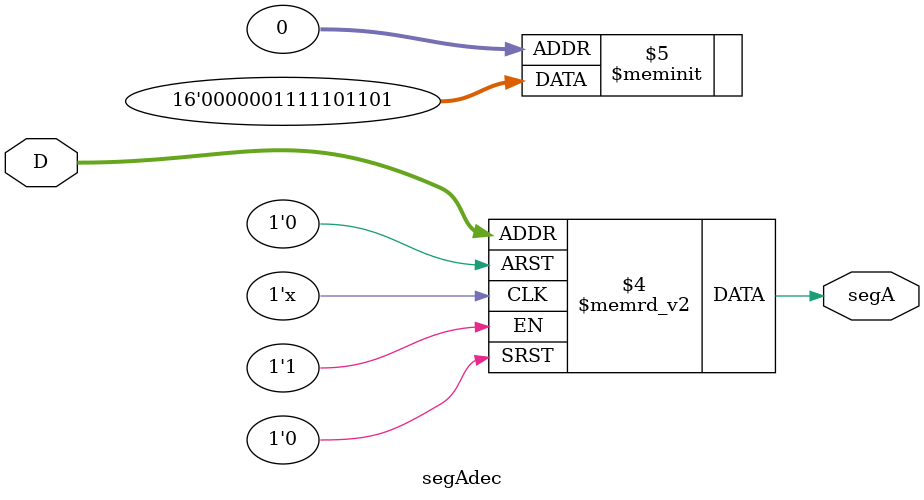
<source format=sv>

module segAdec
(
	input [3:0] D,
	output reg segA
);

always @ (*) begin
	case (D)
	4'h1, 4'h4, 4'hA, 4'hB, 4'hC, 4'hD, 4'hE, 4'hF: segA = 1'b0; 
	4'h0, 4'h2, 4'h3, 4'h5, 4'h6, 4'h7, 4'h8, 4'h9: segA = 1'b1; 
	default : segA = 1'bx; 
	endcase
end
endmodule

</source>
